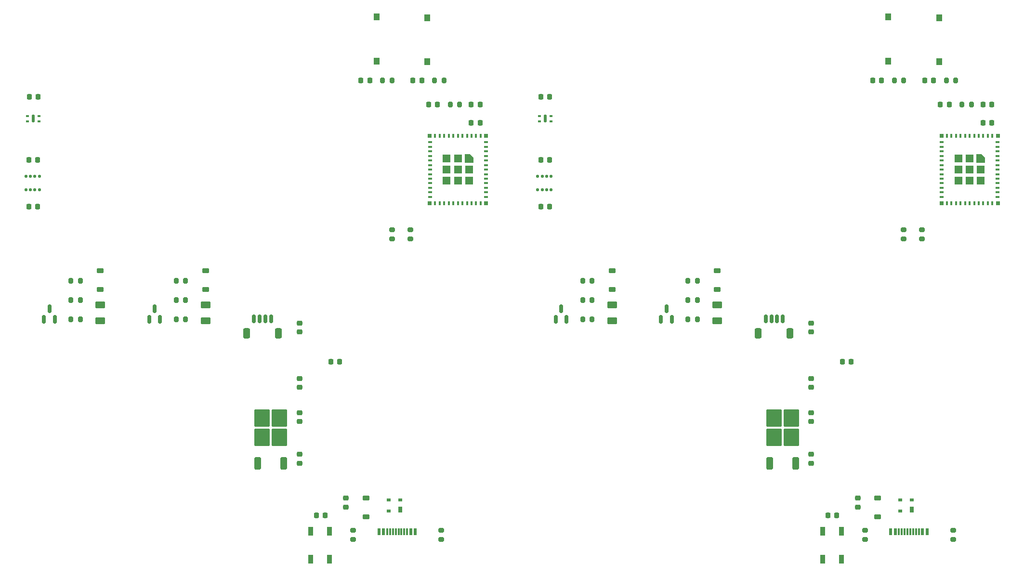
<source format=gbr>
%TF.GenerationSoftware,KiCad,Pcbnew,(7.0.0-0)*%
%TF.CreationDate,2023-03-25T06:16:28-04:00*%
%TF.ProjectId,KwartzLab-SensorBoard-Rev1-Panel,4b776172-747a-44c6-9162-2d53656e736f,1*%
%TF.SameCoordinates,Original*%
%TF.FileFunction,Paste,Top*%
%TF.FilePolarity,Positive*%
%FSLAX46Y46*%
G04 Gerber Fmt 4.6, Leading zero omitted, Abs format (unit mm)*
G04 Created by KiCad (PCBNEW (7.0.0-0)) date 2023-03-25 06:16:28*
%MOMM*%
%LPD*%
G01*
G04 APERTURE LIST*
G04 Aperture macros list*
%AMRoundRect*
0 Rectangle with rounded corners*
0 $1 Rounding radius*
0 $2 $3 $4 $5 $6 $7 $8 $9 X,Y pos of 4 corners*
0 Add a 4 corners polygon primitive as box body*
4,1,4,$2,$3,$4,$5,$6,$7,$8,$9,$2,$3,0*
0 Add four circle primitives for the rounded corners*
1,1,$1+$1,$2,$3*
1,1,$1+$1,$4,$5*
1,1,$1+$1,$6,$7*
1,1,$1+$1,$8,$9*
0 Add four rect primitives between the rounded corners*
20,1,$1+$1,$2,$3,$4,$5,0*
20,1,$1+$1,$4,$5,$6,$7,0*
20,1,$1+$1,$6,$7,$8,$9,0*
20,1,$1+$1,$8,$9,$2,$3,0*%
%AMFreePoly0*
4,1,6,0.725000,-0.725000,-0.725000,-0.725000,-0.725000,0.125000,-0.125000,0.725000,0.725000,0.725000,0.725000,-0.725000,0.725000,-0.725000,$1*%
G04 Aperture macros list end*
%ADD10RoundRect,0.250000X0.350000X-0.850000X0.350000X0.850000X-0.350000X0.850000X-0.350000X-0.850000X0*%
%ADD11RoundRect,0.250000X1.125000X-1.275000X1.125000X1.275000X-1.125000X1.275000X-1.125000X-1.275000X0*%
%ADD12R,1.000000X1.250000*%
%ADD13RoundRect,0.225000X-0.225000X-0.250000X0.225000X-0.250000X0.225000X0.250000X-0.225000X0.250000X0*%
%ADD14RoundRect,0.200000X0.200000X0.275000X-0.200000X0.275000X-0.200000X-0.275000X0.200000X-0.275000X0*%
%ADD15RoundRect,0.150000X0.150000X-0.587500X0.150000X0.587500X-0.150000X0.587500X-0.150000X-0.587500X0*%
%ADD16RoundRect,0.225000X0.375000X-0.225000X0.375000X0.225000X-0.375000X0.225000X-0.375000X-0.225000X0*%
%ADD17R,0.400000X0.800000*%
%ADD18R,0.800000X0.400000*%
%ADD19FreePoly0,270.000000*%
%ADD20R,1.450000X1.450000*%
%ADD21R,0.700000X0.700000*%
%ADD22RoundRect,0.200000X-0.275000X0.200000X-0.275000X-0.200000X0.275000X-0.200000X0.275000X0.200000X0*%
%ADD23RoundRect,0.200000X-0.200000X-0.275000X0.200000X-0.275000X0.200000X0.275000X-0.200000X0.275000X0*%
%ADD24RoundRect,0.225000X0.225000X0.250000X-0.225000X0.250000X-0.225000X-0.250000X0.225000X-0.250000X0*%
%ADD25RoundRect,0.225000X0.250000X-0.225000X0.250000X0.225000X-0.250000X0.225000X-0.250000X-0.225000X0*%
%ADD26R,0.900000X1.500000*%
%ADD27RoundRect,0.225000X-0.375000X0.225000X-0.375000X-0.225000X0.375000X-0.225000X0.375000X0.225000X0*%
%ADD28RoundRect,0.150000X0.150000X0.625000X-0.150000X0.625000X-0.150000X-0.625000X0.150000X-0.625000X0*%
%ADD29RoundRect,0.250000X0.350000X0.650000X-0.350000X0.650000X-0.350000X-0.650000X0.350000X-0.650000X0*%
%ADD30RoundRect,0.250000X-0.625000X0.375000X-0.625000X-0.375000X0.625000X-0.375000X0.625000X0.375000X0*%
%ADD31RoundRect,0.125000X-0.125000X-0.137500X0.125000X-0.137500X0.125000X0.137500X-0.125000X0.137500X0*%
%ADD32RoundRect,0.225000X-0.250000X0.225000X-0.250000X-0.225000X0.250000X-0.225000X0.250000X0.225000X0*%
%ADD33R,0.600000X1.150000*%
%ADD34R,0.300000X1.150000*%
%ADD35RoundRect,0.087500X-0.187500X-0.087500X0.187500X-0.087500X0.187500X0.087500X-0.187500X0.087500X0*%
%ADD36RoundRect,0.125000X-0.125000X-0.575000X0.125000X-0.575000X0.125000X0.575000X-0.125000X0.575000X0*%
%ADD37RoundRect,0.087500X0.187500X0.087500X-0.187500X0.087500X-0.187500X-0.087500X0.187500X-0.087500X0*%
%ADD38R,0.700000X1.000000*%
%ADD39R,0.700000X0.600000*%
G04 APERTURE END LIST*
D10*
%TO.C,U2*%
X93187806Y-107625000D03*
D11*
X93942806Y-103000000D03*
X96992806Y-103000000D03*
X93942806Y-99650000D03*
X96992806Y-99650000D03*
D10*
X97747806Y-107625000D03*
%TD*%
%TO.C,U2*%
X183144994Y-107625000D03*
D11*
X183899994Y-103000000D03*
X186949994Y-103000000D03*
X183899994Y-99650000D03*
X186949994Y-99650000D03*
D10*
X187704994Y-107625000D03*
%TD*%
D12*
%TO.C,SW1*%
X114042805Y-29124999D03*
X114042805Y-36874999D03*
%TD*%
%TO.C,SW1*%
X203999993Y-29124999D03*
X203999993Y-36874999D03*
%TD*%
D13*
%TO.C,C7*%
X201249994Y-40250000D03*
X202799994Y-40250000D03*
%TD*%
%TO.C,C7*%
X111292806Y-40250000D03*
X112842806Y-40250000D03*
%TD*%
D14*
%TO.C,R13*%
X80492806Y-82250000D03*
X78842806Y-82250000D03*
%TD*%
%TO.C,R13*%
X170449994Y-82250000D03*
X168799994Y-82250000D03*
%TD*%
D15*
%TO.C,Q2*%
X74092806Y-82250000D03*
X75992806Y-82250000D03*
X75042806Y-80375000D03*
%TD*%
%TO.C,Q2*%
X164049994Y-82250000D03*
X165949994Y-82250000D03*
X164999994Y-80375000D03*
%TD*%
D16*
%TO.C,D6*%
X65492806Y-77050000D03*
X65492806Y-73750000D03*
%TD*%
%TO.C,D6*%
X155449994Y-77050000D03*
X155449994Y-73750000D03*
%TD*%
D17*
%TO.C,U1*%
X222299993Y-50049999D03*
X221499993Y-50049999D03*
X220699993Y-50049999D03*
X219899993Y-50049999D03*
X219099993Y-50049999D03*
X218299993Y-50049999D03*
X217499993Y-50049999D03*
X216699993Y-50049999D03*
X215899993Y-50049999D03*
X215099993Y-50049999D03*
X214299993Y-50049999D03*
D18*
X213399993Y-51149999D03*
X213399993Y-51949999D03*
X213399993Y-52749999D03*
X213399993Y-53549999D03*
X213399993Y-54349999D03*
X213399993Y-55149999D03*
X213399993Y-55949999D03*
X213399993Y-56749999D03*
X213399993Y-57549999D03*
X213399993Y-58349999D03*
X213399993Y-59149999D03*
X213399993Y-59949999D03*
X213399993Y-60749999D03*
D17*
X214299993Y-61849999D03*
X215099993Y-61849999D03*
X215899993Y-61849999D03*
X216699993Y-61849999D03*
X217499993Y-61849999D03*
X218299993Y-61849999D03*
X219099993Y-61849999D03*
X219899993Y-61849999D03*
X220699993Y-61849999D03*
X221499993Y-61849999D03*
X222299993Y-61849999D03*
D18*
X223199993Y-60749999D03*
X223199993Y-59949999D03*
X223199993Y-59149999D03*
X223199993Y-58349999D03*
X223199993Y-57549999D03*
X223199993Y-56749999D03*
X223199993Y-55949999D03*
X223199993Y-55149999D03*
X223199993Y-54349999D03*
X223199993Y-53549999D03*
X223199993Y-52749999D03*
X223199993Y-51949999D03*
X223199993Y-51149999D03*
D19*
X220274994Y-53975000D03*
D20*
X218299993Y-53974999D03*
X216324993Y-53974999D03*
X220274993Y-55949999D03*
X218299993Y-55949999D03*
X216324993Y-55949999D03*
X220274993Y-57924999D03*
X218299993Y-57924999D03*
X216324993Y-57924999D03*
D21*
X223249993Y-61899999D03*
X213349993Y-61899999D03*
X213349993Y-49999999D03*
X223249993Y-49999999D03*
%TD*%
D17*
%TO.C,U1*%
X132342805Y-50049999D03*
X131542805Y-50049999D03*
X130742805Y-50049999D03*
X129942805Y-50049999D03*
X129142805Y-50049999D03*
X128342805Y-50049999D03*
X127542805Y-50049999D03*
X126742805Y-50049999D03*
X125942805Y-50049999D03*
X125142805Y-50049999D03*
X124342805Y-50049999D03*
D18*
X123442805Y-51149999D03*
X123442805Y-51949999D03*
X123442805Y-52749999D03*
X123442805Y-53549999D03*
X123442805Y-54349999D03*
X123442805Y-55149999D03*
X123442805Y-55949999D03*
X123442805Y-56749999D03*
X123442805Y-57549999D03*
X123442805Y-58349999D03*
X123442805Y-59149999D03*
X123442805Y-59949999D03*
X123442805Y-60749999D03*
D17*
X124342805Y-61849999D03*
X125142805Y-61849999D03*
X125942805Y-61849999D03*
X126742805Y-61849999D03*
X127542805Y-61849999D03*
X128342805Y-61849999D03*
X129142805Y-61849999D03*
X129942805Y-61849999D03*
X130742805Y-61849999D03*
X131542805Y-61849999D03*
X132342805Y-61849999D03*
D18*
X133242805Y-60749999D03*
X133242805Y-59949999D03*
X133242805Y-59149999D03*
X133242805Y-58349999D03*
X133242805Y-57549999D03*
X133242805Y-56749999D03*
X133242805Y-55949999D03*
X133242805Y-55149999D03*
X133242805Y-54349999D03*
X133242805Y-53549999D03*
X133242805Y-52749999D03*
X133242805Y-51949999D03*
X133242805Y-51149999D03*
D19*
X130317806Y-53975000D03*
D20*
X128342805Y-53974999D03*
X126367805Y-53974999D03*
X130317805Y-55949999D03*
X128342805Y-55949999D03*
X126367805Y-55949999D03*
X130317805Y-57924999D03*
X128342805Y-57924999D03*
X126367805Y-57924999D03*
D21*
X133292805Y-61899999D03*
X123392805Y-61899999D03*
X123392805Y-49999999D03*
X133292805Y-49999999D03*
%TD*%
D22*
%TO.C,R4*%
X109922806Y-119350000D03*
X109922806Y-121000000D03*
%TD*%
%TO.C,R4*%
X199879994Y-119350000D03*
X199879994Y-121000000D03*
%TD*%
D13*
%TO.C,C2*%
X220649994Y-47750000D03*
X222199994Y-47750000D03*
%TD*%
%TO.C,C2*%
X130692806Y-47750000D03*
X132242806Y-47750000D03*
%TD*%
D23*
%TO.C,R8*%
X60342806Y-78875000D03*
X61992806Y-78875000D03*
%TD*%
%TO.C,R8*%
X150299994Y-78875000D03*
X151949994Y-78875000D03*
%TD*%
D24*
%TO.C,C14*%
X107542806Y-89750000D03*
X105992806Y-89750000D03*
%TD*%
%TO.C,C14*%
X197499994Y-89750000D03*
X195949994Y-89750000D03*
%TD*%
D22*
%TO.C,R1*%
X119992806Y-66500000D03*
X119992806Y-68150000D03*
%TD*%
%TO.C,R1*%
X209949994Y-66500000D03*
X209949994Y-68150000D03*
%TD*%
D13*
%TO.C,C10*%
X52992806Y-43187500D03*
X54542806Y-43187500D03*
%TD*%
%TO.C,C10*%
X142949994Y-43187500D03*
X144499994Y-43187500D03*
%TD*%
D25*
%TO.C,C15*%
X100492806Y-84500000D03*
X100492806Y-82950000D03*
%TD*%
%TO.C,C15*%
X190449994Y-84500000D03*
X190449994Y-82950000D03*
%TD*%
D26*
%TO.C,D3*%
X102492805Y-124399999D03*
X105792805Y-124399999D03*
X105792805Y-119499999D03*
X102492805Y-119499999D03*
%TD*%
%TO.C,D3*%
X192449993Y-124399999D03*
X195749993Y-124399999D03*
X195749993Y-119499999D03*
X192449993Y-119499999D03*
%TD*%
D25*
%TO.C,C13*%
X100492806Y-94250000D03*
X100492806Y-92700000D03*
%TD*%
%TO.C,C13*%
X190449994Y-94250000D03*
X190449994Y-92700000D03*
%TD*%
D22*
%TO.C,R5*%
X215379994Y-119350000D03*
X215379994Y-121000000D03*
%TD*%
%TO.C,R5*%
X125422806Y-119350000D03*
X125422806Y-121000000D03*
%TD*%
D12*
%TO.C,SW2*%
X122992805Y-29249999D03*
X122992805Y-36999999D03*
%TD*%
%TO.C,SW2*%
X212949993Y-29249999D03*
X212949993Y-36999999D03*
%TD*%
D25*
%TO.C,C5*%
X100492806Y-100250000D03*
X100492806Y-98700000D03*
%TD*%
%TO.C,C5*%
X190449994Y-100250000D03*
X190449994Y-98700000D03*
%TD*%
D23*
%TO.C,R7*%
X124242806Y-40250000D03*
X125892806Y-40250000D03*
%TD*%
%TO.C,R7*%
X214199994Y-40250000D03*
X215849994Y-40250000D03*
%TD*%
D27*
%TO.C,D2*%
X112172806Y-113700000D03*
X112172806Y-117000000D03*
%TD*%
%TO.C,D2*%
X202129994Y-113700000D03*
X202129994Y-117000000D03*
%TD*%
D13*
%TO.C,C1*%
X123192806Y-44500000D03*
X124742806Y-44500000D03*
%TD*%
%TO.C,C1*%
X213149994Y-44500000D03*
X214699994Y-44500000D03*
%TD*%
D28*
%TO.C,J7*%
X95492806Y-82225000D03*
X94492806Y-82225000D03*
X93492806Y-82225000D03*
X92492806Y-82225000D03*
D29*
X96792806Y-84750000D03*
X91192806Y-84750000D03*
%TD*%
D28*
%TO.C,J7*%
X185449994Y-82225000D03*
X184449994Y-82225000D03*
X183449994Y-82225000D03*
X182449994Y-82225000D03*
D29*
X186749994Y-84750000D03*
X181149994Y-84750000D03*
%TD*%
D13*
%TO.C,C8*%
X210399994Y-40250000D03*
X211949994Y-40250000D03*
%TD*%
%TO.C,C8*%
X120442806Y-40250000D03*
X121992806Y-40250000D03*
%TD*%
D14*
%TO.C,R10*%
X151949994Y-75500000D03*
X150299994Y-75500000D03*
%TD*%
%TO.C,R10*%
X61992806Y-75500000D03*
X60342806Y-75500000D03*
%TD*%
%TO.C,R12*%
X170449994Y-75500000D03*
X168799994Y-75500000D03*
%TD*%
%TO.C,R12*%
X80492806Y-75500000D03*
X78842806Y-75500000D03*
%TD*%
D16*
%TO.C,D7*%
X173949994Y-77050000D03*
X173949994Y-73750000D03*
%TD*%
%TO.C,D7*%
X83992806Y-77050000D03*
X83992806Y-73750000D03*
%TD*%
D30*
%TO.C,D4*%
X155449994Y-79700000D03*
X155449994Y-82500000D03*
%TD*%
%TO.C,D4*%
X65492806Y-79700000D03*
X65492806Y-82500000D03*
%TD*%
D13*
%TO.C,C3*%
X220649994Y-44500000D03*
X222199994Y-44500000D03*
%TD*%
%TO.C,C3*%
X130692806Y-44500000D03*
X132242806Y-44500000D03*
%TD*%
D31*
%TO.C,U4*%
X142349994Y-57125000D03*
X143149994Y-57125000D03*
X143949994Y-57125000D03*
X144749994Y-57125000D03*
X144749994Y-59500000D03*
X143949994Y-59500000D03*
X143149994Y-59500000D03*
X142349994Y-59500000D03*
%TD*%
%TO.C,U4*%
X52392806Y-57125000D03*
X53192806Y-57125000D03*
X53992806Y-57125000D03*
X54792806Y-57125000D03*
X54792806Y-59500000D03*
X53992806Y-59500000D03*
X53192806Y-59500000D03*
X52392806Y-59500000D03*
%TD*%
D32*
%TO.C,C6*%
X198629994Y-113700000D03*
X198629994Y-115250000D03*
%TD*%
%TO.C,C6*%
X108672806Y-113700000D03*
X108672806Y-115250000D03*
%TD*%
D33*
%TO.C,J2*%
X204429993Y-119644999D03*
X205229993Y-119644999D03*
D34*
X206379993Y-119644999D03*
X207379993Y-119644999D03*
X207879993Y-119644999D03*
X208879993Y-119644999D03*
D33*
X210029993Y-119644999D03*
X210829993Y-119644999D03*
X210829993Y-119644999D03*
X210029993Y-119644999D03*
D34*
X209379993Y-119644999D03*
X208379993Y-119644999D03*
X206879993Y-119644999D03*
X205879993Y-119644999D03*
D33*
X205229993Y-119644999D03*
X204429993Y-119644999D03*
%TD*%
%TO.C,J2*%
X114472805Y-119644999D03*
X115272805Y-119644999D03*
D34*
X116422805Y-119644999D03*
X117422805Y-119644999D03*
X117922805Y-119644999D03*
X118922805Y-119644999D03*
D33*
X120072805Y-119644999D03*
X120872805Y-119644999D03*
X120872805Y-119644999D03*
X120072805Y-119644999D03*
D34*
X119422805Y-119644999D03*
X118422805Y-119644999D03*
X116922805Y-119644999D03*
X115922805Y-119644999D03*
D33*
X115272805Y-119644999D03*
X114472805Y-119644999D03*
%TD*%
D14*
%TO.C,R11*%
X151949994Y-82250000D03*
X150299994Y-82250000D03*
%TD*%
%TO.C,R11*%
X61992806Y-82250000D03*
X60342806Y-82250000D03*
%TD*%
D15*
%TO.C,Q1*%
X145549994Y-82250000D03*
X147449994Y-82250000D03*
X146499994Y-80375000D03*
%TD*%
%TO.C,Q1*%
X55592806Y-82250000D03*
X57492806Y-82250000D03*
X56542806Y-80375000D03*
%TD*%
D22*
%TO.C,R2*%
X206699994Y-66500000D03*
X206699994Y-68150000D03*
%TD*%
%TO.C,R2*%
X116742806Y-66500000D03*
X116742806Y-68150000D03*
%TD*%
D35*
%TO.C,U3*%
X142649994Y-46500000D03*
X142649994Y-47500000D03*
D36*
X143674994Y-47000000D03*
D37*
X144699994Y-46500000D03*
X144699994Y-47500000D03*
%TD*%
D35*
%TO.C,U3*%
X52692806Y-46500000D03*
X52692806Y-47500000D03*
D36*
X53717806Y-47000000D03*
D37*
X54742806Y-46500000D03*
X54742806Y-47500000D03*
%TD*%
D23*
%TO.C,R9*%
X168799994Y-78875000D03*
X170449994Y-78875000D03*
%TD*%
%TO.C,R9*%
X78842806Y-78875000D03*
X80492806Y-78875000D03*
%TD*%
D30*
%TO.C,D5*%
X83992806Y-79700000D03*
X83992806Y-82500000D03*
%TD*%
%TO.C,D5*%
X173949994Y-79700000D03*
X173949994Y-82500000D03*
%TD*%
D38*
%TO.C,D1*%
X208129993Y-115749999D03*
D39*
X208129993Y-114049999D03*
X206129993Y-114049999D03*
X206129993Y-115949999D03*
%TD*%
D38*
%TO.C,D1*%
X118172805Y-115749999D03*
D39*
X118172805Y-114049999D03*
X116172805Y-114049999D03*
X116172805Y-115949999D03*
%TD*%
D25*
%TO.C,C4*%
X190449994Y-107550000D03*
X190449994Y-106000000D03*
%TD*%
%TO.C,C4*%
X100492806Y-107550000D03*
X100492806Y-106000000D03*
%TD*%
D23*
%TO.C,R6*%
X205049994Y-40250000D03*
X206699994Y-40250000D03*
%TD*%
%TO.C,R6*%
X115092806Y-40250000D03*
X116742806Y-40250000D03*
%TD*%
D13*
%TO.C,C11*%
X142899994Y-54250000D03*
X144449994Y-54250000D03*
%TD*%
%TO.C,C11*%
X52942806Y-54250000D03*
X54492806Y-54250000D03*
%TD*%
%TO.C,C9*%
X193399994Y-116750000D03*
X194949994Y-116750000D03*
%TD*%
%TO.C,C9*%
X103442806Y-116750000D03*
X104992806Y-116750000D03*
%TD*%
D14*
%TO.C,R3*%
X218599994Y-44500000D03*
X216949994Y-44500000D03*
%TD*%
%TO.C,R3*%
X128642806Y-44500000D03*
X126992806Y-44500000D03*
%TD*%
D13*
%TO.C,C12*%
X52942806Y-62500000D03*
X54492806Y-62500000D03*
%TD*%
%TO.C,C12*%
X142899994Y-62500000D03*
X144449994Y-62500000D03*
%TD*%
M02*

</source>
